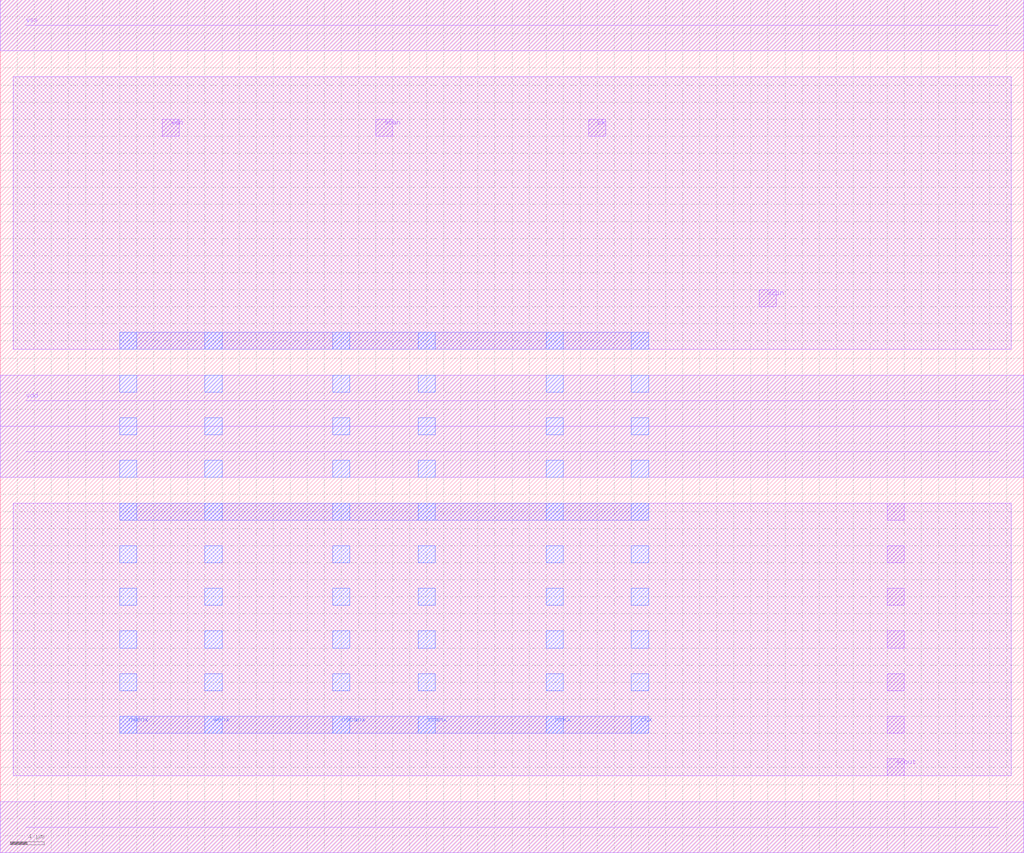
<source format=lef>

VERSION             5.2 ;
NAMESCASESENSITIVE  ON ;
BUSBITCHARS         "()" ;
DIVIDERCHAR         "." ;


MACRO dp_dff_scan_x4_buf
    CLASS     CORE ;
    ORIGIN    0.00 0.00 ;
    SIZE      100.00 BY 100.00 ;
    SYMMETRY  Y ;
    SITE      core ;
    PIN nckx
        DIRECTION OUTPUT ;
        PORT
            LAYER ALU3 ;
            RECT 64.00 59.00 66.00 61.00 ;
            RECT 64.00 54.00 66.00 56.00 ;
            RECT 64.00 49.00 66.00 51.00 ;
            RECT 64.00 44.00 66.00 46.00 ;
            RECT 64.00 39.00 66.00 41.00 ;
            RECT 64.00 34.00 66.00 36.00 ;
            RECT 64.00 29.00 66.00 31.00 ;
            RECT 64.00 24.00 66.00 26.00 ;
            RECT 64.00 19.00 66.00 21.00 ;
            RECT 64.00 14.00 66.00 16.00 ;
        END
    END nckx
    PIN scanx
        DIRECTION OUTPUT ;
        PORT
            LAYER ALU3 ;
            RECT 49.00 59.00 51.00 61.00 ;
            RECT 49.00 54.00 51.00 56.00 ;
            RECT 49.00 49.00 51.00 51.00 ;
            RECT 49.00 44.00 51.00 46.00 ;
            RECT 49.00 39.00 51.00 41.00 ;
            RECT 49.00 34.00 51.00 36.00 ;
            RECT 49.00 29.00 51.00 31.00 ;
            RECT 49.00 24.00 51.00 26.00 ;
            RECT 49.00 19.00 51.00 21.00 ;
            RECT 49.00 14.00 51.00 16.00 ;
        END
    END scanx
    PIN nscanx
        DIRECTION OUTPUT ;
        PORT
            LAYER ALU3 ;
            RECT 39.00 59.00 41.00 61.00 ;
            RECT 39.00 54.00 41.00 56.00 ;
            RECT 39.00 49.00 41.00 51.00 ;
            RECT 39.00 44.00 41.00 46.00 ;
            RECT 39.00 39.00 41.00 41.00 ;
            RECT 39.00 34.00 41.00 36.00 ;
            RECT 39.00 29.00 41.00 31.00 ;
            RECT 39.00 24.00 41.00 26.00 ;
            RECT 39.00 19.00 41.00 21.00 ;
            RECT 39.00 14.00 41.00 16.00 ;
        END
    END nscanx
    PIN nwenx
        DIRECTION OUTPUT ;
        PORT
            LAYER ALU3 ;
            RECT 24.00 59.00 26.00 61.00 ;
            RECT 24.00 54.00 26.00 56.00 ;
            RECT 24.00 49.00 26.00 51.00 ;
            RECT 24.00 44.00 26.00 46.00 ;
            RECT 24.00 39.00 26.00 41.00 ;
            RECT 24.00 34.00 26.00 36.00 ;
            RECT 24.00 29.00 26.00 31.00 ;
            RECT 24.00 24.00 26.00 26.00 ;
            RECT 24.00 19.00 26.00 21.00 ;
            RECT 24.00 14.00 26.00 16.00 ;
        END
    END nwenx
    PIN wenx
        DIRECTION OUTPUT ;
        PORT
            LAYER ALU3 ;
            RECT 14.00 59.00 16.00 61.00 ;
            RECT 14.00 54.00 16.00 56.00 ;
            RECT 14.00 49.00 16.00 51.00 ;
            RECT 14.00 44.00 16.00 46.00 ;
            RECT 14.00 39.00 16.00 41.00 ;
            RECT 14.00 34.00 16.00 36.00 ;
            RECT 14.00 29.00 16.00 31.00 ;
            RECT 14.00 24.00 16.00 26.00 ;
            RECT 14.00 19.00 16.00 21.00 ;
            RECT 14.00 14.00 16.00 16.00 ;
        END
    END wenx
    PIN scout
        DIRECTION OUTPUT ;
        PORT
            LAYER ALU1 ;
            RECT 89.00 39.00 91.00 41.00 ;
            RECT 89.00 34.00 91.00 36.00 ;
            RECT 89.00 29.00 91.00 31.00 ;
            RECT 89.00 24.00 91.00 26.00 ;
            RECT 89.00 19.00 91.00 21.00 ;
            RECT 89.00 14.00 91.00 16.00 ;
            RECT 89.00 9.00 91.00 11.00 ;
        END
    END scout
    PIN ckx
        DIRECTION OUTPUT ;
        PORT
            LAYER ALU3 ;
            RECT 74.00 59.00 76.00 61.00 ;
            RECT 74.00 54.00 76.00 56.00 ;
            RECT 74.00 49.00 76.00 51.00 ;
            RECT 74.00 44.00 76.00 46.00 ;
            RECT 74.00 39.00 76.00 41.00 ;
            RECT 74.00 34.00 76.00 36.00 ;
            RECT 74.00 29.00 76.00 31.00 ;
            RECT 74.00 24.00 76.00 26.00 ;
            RECT 74.00 19.00 76.00 21.00 ;
            RECT 74.00 14.00 76.00 16.00 ;
        END
    END ckx
    PIN wen
        DIRECTION INPUT ;
        PORT
            LAYER ALU1 ;
            RECT 19.00 84.00 21.00 86.00 ;
        END
    END wen
    PIN scan
        DIRECTION INPUT ;
        PORT
            LAYER ALU1 ;
            RECT 44.00 84.00 46.00 86.00 ;
        END
    END scan
    PIN scin
        DIRECTION INPUT ;
        PORT
            LAYER ALU1 ;
            RECT 94.00 69.00 96.00 71.00 ;
        END
    END scin
    PIN vdd
        DIRECTION INPUT ;
        USE POWER ;
        SHAPE ABUTMENT ;
        PORT
            LAYER ALU1 ;
            WIDTH 6.00 ;
            PATH 3.00 47.00 97.00 47.00 ;
            LAYER ALU1 ;
            WIDTH 6.00 ;
            PATH 3.00 53.00 97.00 53.00 ;
        END
    END vdd
    PIN vss
        DIRECTION INPUT ;
        USE GROUND ;
        SHAPE ABUTMENT ;
        PORT
            LAYER ALU1 ;
            WIDTH 6.00 ;
            PATH 3.00 3.00 97.00 3.00 ;
            LAYER ALU1 ;
            WIDTH 6.00 ;
            PATH 3.00 97.00 97.00 97.00 ;
        END
    END vss
    PIN ck
        DIRECTION INPUT ;
        USE CLOCK ;
        PORT
            LAYER ALU1 ;
            RECT 69.00 84.00 71.00 86.00 ;
        END
    END ck
    OBS
        LAYER ALU1 ;
        RECT 1.50 9.00 98.50 41.00 ;
        RECT 1.50 59.00 98.50 91.00 ;
        LAYER ALU2 ;
        RECT 14.00 59.00 76.00 61.00 ;
        RECT 14.00 39.00 76.00 41.00 ;
        RECT 14.00 14.00 76.00 16.00 ;
    END
END dp_dff_scan_x4_buf


MACRO dp_dff_scan_x4
    CLASS     CORE ;
    ORIGIN    0.00 0.00 ;
    SIZE      100.00 BY 50.00 ;
    SYMMETRY  X Y ;
    SITE      core ;
    PIN q
        DIRECTION OUTPUT ;
        PORT
            LAYER ALU2 ;
            RECT 89.00 24.00 91.00 26.00 ;
            RECT 84.00 24.00 86.00 26.00 ;
            RECT 79.00 24.00 81.00 26.00 ;
            RECT 74.00 24.00 76.00 26.00 ;
            RECT 69.00 24.00 71.00 26.00 ;
            RECT 64.00 24.00 66.00 26.00 ;
            RECT 59.00 24.00 61.00 26.00 ;
            RECT 54.00 24.00 56.00 26.00 ;
            RECT 49.00 24.00 51.00 26.00 ;
            RECT 44.00 24.00 46.00 26.00 ;
            RECT 39.00 24.00 41.00 26.00 ;
            RECT 34.00 24.00 36.00 26.00 ;
            RECT 29.00 24.00 31.00 26.00 ;
            LAYER ALU1 ;
            RECT 89.00 39.00 91.00 41.00 ;
            RECT 89.00 34.00 91.00 36.00 ;
            RECT 89.00 29.00 91.00 31.00 ;
            RECT 89.00 24.00 91.00 26.00 ;
            RECT 89.00 19.00 91.00 21.00 ;
            RECT 89.00 14.00 91.00 16.00 ;
            RECT 89.00 9.00 91.00 11.00 ;
        END
    END q
    PIN nckx
        DIRECTION INPUT ;
        PORT
            LAYER ALU3 ;
            RECT 59.00 19.00 61.00 21.00 ;
        END
    END nckx
    PIN i
        DIRECTION INPUT ;
        PORT
            LAYER ALU1 ;
            RECT 9.00 39.00 11.00 41.00 ;
            RECT 9.00 34.00 11.00 36.00 ;
            RECT 9.00 29.00 11.00 31.00 ;
            RECT 9.00 24.00 11.00 26.00 ;
            RECT 9.00 19.00 11.00 21.00 ;
            RECT 9.00 14.00 11.00 16.00 ;
            RECT 9.00 9.00 11.00 11.00 ;
        END
    END i
    PIN scin
        DIRECTION INPUT ;
        PORT
            LAYER ALU1 ;
            RECT 54.00 29.00 56.00 31.00 ;
            RECT 54.00 24.00 56.00 26.00 ;
            RECT 54.00 19.00 56.00 21.00 ;
            RECT 54.00 14.00 56.00 16.00 ;
        END
    END scin
    PIN wenx
        DIRECTION INPUT ;
        PORT
            LAYER ALU3 ;
            RECT 14.00 19.00 16.00 21.00 ;
        END
    END wenx
    PIN nwenx
        DIRECTION INPUT ;
        PORT
            LAYER ALU3 ;
            RECT 24.00 19.00 26.00 21.00 ;
        END
    END nwenx
    PIN nscanx
        DIRECTION INPUT ;
        PORT
            LAYER ALU3 ;
            RECT 39.00 19.00 41.00 21.00 ;
        END
    END nscanx
    PIN scanx
        DIRECTION INPUT ;
        PORT
            LAYER ALU3 ;
            RECT 49.00 19.00 51.00 21.00 ;
        END
    END scanx
    PIN ckx
        DIRECTION INPUT ;
        PORT
            LAYER ALU3 ;
            RECT 74.00 19.00 76.00 21.00 ;
        END
    END ckx
    PIN vdd
        DIRECTION INPUT ;
        USE POWER ;
        SHAPE ABUTMENT ;
        PORT
            LAYER ALU1 ;
            WIDTH 6.00 ;
            PATH 3.00 47.00 97.00 47.00 ;
        END
    END vdd
    PIN vss
        DIRECTION INPUT ;
        USE GROUND ;
        SHAPE ABUTMENT ;
        PORT
            LAYER ALU1 ;
            WIDTH 6.00 ;
            PATH 3.00 3.00 97.00 3.00 ;
        END
    END vss
    OBS
        LAYER ALU1 ;
        RECT 1.50 9.00 98.50 41.00 ;
        LAYER ALU2 ;
        RECT 14.00 19.00 76.00 21.00 ;
    END
END dp_dff_scan_x4


MACRO dp_dff_x4_buf
    CLASS     CORE ;
    ORIGIN    0.00 0.00 ;
    SIZE      70.00 BY 100.00 ;
    SYMMETRY  Y ;
    SITE      core ;
    PIN wenx
        DIRECTION OUTPUT ;
        PORT
            LAYER ALU3 ;
            RECT 9.00 59.00 11.00 61.00 ;
            RECT 9.00 54.00 11.00 56.00 ;
            RECT 9.00 49.00 11.00 51.00 ;
            RECT 9.00 44.00 11.00 46.00 ;
            RECT 9.00 39.00 11.00 41.00 ;
            RECT 9.00 34.00 11.00 36.00 ;
            RECT 9.00 29.00 11.00 31.00 ;
            RECT 9.00 24.00 11.00 26.00 ;
            RECT 9.00 19.00 11.00 21.00 ;
            RECT 9.00 14.00 11.00 16.00 ;
        END
    END wenx
    PIN nwenx
        DIRECTION OUTPUT ;
        PORT
            LAYER ALU3 ;
            RECT 19.00 59.00 21.00 61.00 ;
            RECT 19.00 54.00 21.00 56.00 ;
            RECT 19.00 49.00 21.00 51.00 ;
            RECT 19.00 44.00 21.00 46.00 ;
            RECT 19.00 39.00 21.00 41.00 ;
            RECT 19.00 34.00 21.00 36.00 ;
            RECT 19.00 29.00 21.00 31.00 ;
            RECT 19.00 24.00 21.00 26.00 ;
            RECT 19.00 19.00 21.00 21.00 ;
            RECT 19.00 14.00 21.00 16.00 ;
        END
    END nwenx
    PIN nckx
        DIRECTION OUTPUT ;
        PORT
            LAYER ALU3 ;
            RECT 34.00 59.00 36.00 61.00 ;
            RECT 34.00 54.00 36.00 56.00 ;
            RECT 34.00 49.00 36.00 51.00 ;
            RECT 34.00 44.00 36.00 46.00 ;
            RECT 34.00 39.00 36.00 41.00 ;
            RECT 34.00 34.00 36.00 36.00 ;
            RECT 34.00 29.00 36.00 31.00 ;
            RECT 34.00 24.00 36.00 26.00 ;
            RECT 34.00 19.00 36.00 21.00 ;
            RECT 34.00 14.00 36.00 16.00 ;
        END
    END nckx
    PIN ckx
        DIRECTION OUTPUT ;
        PORT
            LAYER ALU3 ;
            RECT 44.00 59.00 46.00 61.00 ;
            RECT 44.00 54.00 46.00 56.00 ;
            RECT 44.00 49.00 46.00 51.00 ;
            RECT 44.00 44.00 46.00 46.00 ;
            RECT 44.00 39.00 46.00 41.00 ;
            RECT 44.00 34.00 46.00 36.00 ;
            RECT 44.00 29.00 46.00 31.00 ;
            RECT 44.00 24.00 46.00 26.00 ;
            RECT 44.00 19.00 46.00 21.00 ;
            RECT 44.00 14.00 46.00 16.00 ;
        END
    END ckx
    PIN wen
        DIRECTION INPUT ;
        PORT
            LAYER ALU1 ;
            RECT 14.00 84.00 16.00 86.00 ;
        END
    END wen
    PIN vdd
        DIRECTION INPUT ;
        USE POWER ;
        SHAPE ABUTMENT ;
        PORT
            LAYER ALU1 ;
            WIDTH 6.00 ;
            PATH 3.00 47.00 67.00 47.00 ;
            LAYER ALU1 ;
            WIDTH 6.00 ;
            PATH 3.00 53.00 67.00 53.00 ;
        END
    END vdd
    PIN vss
        DIRECTION INPUT ;
        USE GROUND ;
        SHAPE ABUTMENT ;
        PORT
            LAYER ALU1 ;
            WIDTH 6.00 ;
            PATH 3.00 3.00 67.00 3.00 ;
            LAYER ALU1 ;
            WIDTH 6.00 ;
            PATH 3.00 97.00 67.00 97.00 ;
        END
    END vss
    PIN ck
        DIRECTION INPUT ;
        USE CLOCK ;
        PORT
            LAYER ALU1 ;
            RECT 39.00 84.00 41.00 86.00 ;
        END
    END ck
    OBS
        LAYER ALU1 ;
        RECT 1.50 9.00 68.50 41.00 ;
        RECT 1.50 59.00 68.50 91.00 ;
        LAYER ALU2 ;
        RECT 9.00 14.00 46.00 16.00 ;
        RECT 9.00 39.00 46.00 41.00 ;
        RECT 9.00 59.00 46.00 61.00 ;
    END
END dp_dff_x4_buf


MACRO dp_dff_x4
    CLASS     CORE ;
    ORIGIN    0.00 0.00 ;
    SIZE      70.00 BY 50.00 ;
    SYMMETRY  X Y ;
    SITE      core ;
    PIN q
        DIRECTION OUTPUT ;
        PORT
            LAYER ALU2 ;
            RECT 59.00 24.00 61.00 26.00 ;
            RECT 54.00 24.00 56.00 26.00 ;
            RECT 49.00 24.00 51.00 26.00 ;
            RECT 44.00 24.00 46.00 26.00 ;
            RECT 39.00 24.00 41.00 26.00 ;
            RECT 34.00 24.00 36.00 26.00 ;
            RECT 29.00 24.00 31.00 26.00 ;
            RECT 24.00 24.00 26.00 26.00 ;
            LAYER ALU1 ;
            RECT 59.00 39.00 61.00 41.00 ;
            RECT 59.00 34.00 61.00 36.00 ;
            RECT 59.00 29.00 61.00 31.00 ;
            RECT 59.00 24.00 61.00 26.00 ;
            RECT 59.00 19.00 61.00 21.00 ;
            RECT 59.00 14.00 61.00 16.00 ;
            RECT 59.00 9.00 61.00 11.00 ;
        END
    END q
    PIN nckx
        DIRECTION INPUT ;
        PORT
            LAYER ALU3 ;
            RECT 29.00 19.00 31.00 21.00 ;
        END
    END nckx
    PIN i
        DIRECTION INPUT ;
        PORT
            LAYER ALU1 ;
            RECT 4.00 39.00 6.00 41.00 ;
            RECT 4.00 34.00 6.00 36.00 ;
            RECT 4.00 29.00 6.00 31.00 ;
            RECT 4.00 24.00 6.00 26.00 ;
            RECT 4.00 19.00 6.00 21.00 ;
            RECT 4.00 14.00 6.00 16.00 ;
            RECT 4.00 9.00 6.00 11.00 ;
        END
    END i
    PIN wenx
        DIRECTION INPUT ;
        PORT
            LAYER ALU3 ;
            RECT 9.00 19.00 11.00 21.00 ;
        END
    END wenx
    PIN nwenx
        DIRECTION INPUT ;
        PORT
            LAYER ALU3 ;
            RECT 19.00 19.00 21.00 21.00 ;
        END
    END nwenx
    PIN ckx
        DIRECTION INPUT ;
        PORT
            LAYER ALU3 ;
            RECT 44.00 19.00 46.00 21.00 ;
        END
    END ckx
    PIN vdd
        DIRECTION INPUT ;
        USE POWER ;
        SHAPE ABUTMENT ;
        PORT
            LAYER ALU1 ;
            WIDTH 6.00 ;
            PATH 3.00 47.00 67.00 47.00 ;
        END
    END vdd
    PIN vss
        DIRECTION INPUT ;
        USE GROUND ;
        SHAPE ABUTMENT ;
        PORT
            LAYER ALU1 ;
            WIDTH 6.00 ;
            PATH 3.00 3.00 67.00 3.00 ;
        END
    END vss
    OBS
        LAYER ALU1 ;
        RECT 1.50 9.00 68.50 41.00 ;
        LAYER ALU2 ;
        RECT 9.00 19.00 46.00 21.00 ;
    END
END dp_dff_x4


MACRO dp_mux_x2_buf
    CLASS     CORE ;
    ORIGIN    0.00 0.00 ;
    SIZE      40.00 BY 100.00 ;
    SYMMETRY  Y ;
    SITE      core ;
    PIN sel1
        DIRECTION OUTPUT ;
        PORT
            LAYER ALU3 ;
            RECT 19.00 59.00 21.00 61.00 ;
            RECT 19.00 54.00 21.00 56.00 ;
            RECT 19.00 49.00 21.00 51.00 ;
            RECT 19.00 44.00 21.00 46.00 ;
            RECT 19.00 39.00 21.00 41.00 ;
            RECT 19.00 34.00 21.00 36.00 ;
            RECT 19.00 29.00 21.00 31.00 ;
            RECT 19.00 24.00 21.00 26.00 ;
            RECT 19.00 19.00 21.00 21.00 ;
            RECT 19.00 14.00 21.00 16.00 ;
        END
    END sel1
    PIN sel0
        DIRECTION OUTPUT ;
        PORT
            LAYER ALU3 ;
            RECT 29.00 59.00 31.00 61.00 ;
            RECT 29.00 54.00 31.00 56.00 ;
            RECT 29.00 49.00 31.00 51.00 ;
            RECT 29.00 44.00 31.00 46.00 ;
            RECT 29.00 39.00 31.00 41.00 ;
            RECT 29.00 34.00 31.00 36.00 ;
            RECT 29.00 29.00 31.00 31.00 ;
            RECT 29.00 24.00 31.00 26.00 ;
            RECT 29.00 19.00 31.00 21.00 ;
            RECT 29.00 14.00 31.00 16.00 ;
        END
    END sel0
    PIN sel
        DIRECTION INPUT ;
        PORT
            LAYER ALU1 ;
            RECT 24.00 84.00 26.00 86.00 ;
        END
    END sel
    PIN vdd
        DIRECTION INPUT ;
        USE POWER ;
        SHAPE ABUTMENT ;
        PORT
            LAYER ALU1 ;
            WIDTH 6.00 ;
            PATH 3.00 47.00 37.00 47.00 ;
            LAYER ALU1 ;
            WIDTH 6.00 ;
            PATH 3.00 53.00 37.00 53.00 ;
        END
    END vdd
    PIN vss
        DIRECTION INPUT ;
        USE GROUND ;
        SHAPE ABUTMENT ;
        PORT
            LAYER ALU1 ;
            WIDTH 6.00 ;
            PATH 3.00 3.00 37.00 3.00 ;
            LAYER ALU1 ;
            WIDTH 6.00 ;
            PATH 3.00 97.00 37.00 97.00 ;
        END
    END vss
    OBS
        LAYER ALU1 ;
        RECT 1.50 9.00 38.50 41.00 ;
        RECT 1.50 59.00 38.50 91.00 ;
        LAYER ALU2 ;
        RECT 19.00 14.00 31.00 16.00 ;
        RECT 19.00 39.00 31.00 41.00 ;
        RECT 19.00 59.00 31.00 61.00 ;
    END
END dp_mux_x2_buf


MACRO dp_mux_x2
    CLASS     CORE ;
    ORIGIN    0.00 0.00 ;
    SIZE      40.00 BY 50.00 ;
    SYMMETRY  X Y ;
    SITE      core ;
    PIN q
        DIRECTION OUTPUT ;
        PORT
            LAYER ALU1 ;
            RECT 4.00 39.00 6.00 41.00 ;
            RECT 4.00 34.00 6.00 36.00 ;
            RECT 4.00 29.00 6.00 31.00 ;
            RECT 4.00 24.00 6.00 26.00 ;
            RECT 4.00 19.00 6.00 21.00 ;
            RECT 4.00 14.00 6.00 16.00 ;
            RECT 4.00 9.00 6.00 11.00 ;
        END
    END q
    PIN i1
        DIRECTION INPUT ;
        PORT
            LAYER ALU1 ;
            RECT 14.00 39.00 16.00 41.00 ;
            RECT 14.00 34.00 16.00 36.00 ;
            RECT 14.00 29.00 16.00 31.00 ;
            RECT 14.00 24.00 16.00 26.00 ;
            RECT 14.00 19.00 16.00 21.00 ;
            RECT 14.00 14.00 16.00 16.00 ;
            RECT 14.00 9.00 16.00 11.00 ;
        END
    END i1
    PIN sel1
        DIRECTION INPUT ;
        PORT
            LAYER ALU3 ;
            RECT 19.00 19.00 21.00 21.00 ;
        END
    END sel1
    PIN sel0
        DIRECTION INPUT ;
        PORT
            LAYER ALU3 ;
            RECT 29.00 19.00 31.00 21.00 ;
        END
    END sel0
    PIN i0
        DIRECTION INPUT ;
        PORT
            LAYER ALU1 ;
            RECT 34.00 34.00 36.00 36.00 ;
            RECT 34.00 29.00 36.00 31.00 ;
            RECT 34.00 24.00 36.00 26.00 ;
            RECT 34.00 19.00 36.00 21.00 ;
            RECT 34.00 14.00 36.00 16.00 ;
            RECT 34.00 9.00 36.00 11.00 ;
        END
    END i0
    PIN vdd
        DIRECTION INPUT ;
        USE POWER ;
        SHAPE ABUTMENT ;
        PORT
            LAYER ALU1 ;
            WIDTH 6.00 ;
            PATH 3.00 47.00 37.00 47.00 ;
        END
    END vdd
    PIN vss
        DIRECTION INPUT ;
        USE GROUND ;
        SHAPE ABUTMENT ;
        PORT
            LAYER ALU1 ;
            WIDTH 6.00 ;
            PATH 3.00 3.00 37.00 3.00 ;
        END
    END vss
    OBS
        LAYER ALU1 ;
        RECT 1.50 9.00 38.50 41.00 ;
        LAYER ALU2 ;
        RECT 19.00 19.00 31.00 21.00 ;
    END
END dp_mux_x2


MACRO dp_mux_x4_buf
    CLASS     CORE ;
    ORIGIN    0.00 0.00 ;
    SIZE      45.00 BY 100.00 ;
    SYMMETRY  Y ;
    SITE      core ;
    PIN sel1
        DIRECTION OUTPUT ;
        PORT
            LAYER ALU3 ;
            RECT 24.00 59.00 26.00 61.00 ;
            RECT 24.00 54.00 26.00 56.00 ;
            RECT 24.00 49.00 26.00 51.00 ;
            RECT 24.00 44.00 26.00 46.00 ;
            RECT 24.00 39.00 26.00 41.00 ;
            RECT 24.00 34.00 26.00 36.00 ;
            RECT 24.00 29.00 26.00 31.00 ;
            RECT 24.00 24.00 26.00 26.00 ;
            RECT 24.00 19.00 26.00 21.00 ;
            RECT 24.00 14.00 26.00 16.00 ;
        END
    END sel1
    PIN sel0
        DIRECTION OUTPUT ;
        PORT
            LAYER ALU3 ;
            RECT 34.00 59.00 36.00 61.00 ;
            RECT 34.00 54.00 36.00 56.00 ;
            RECT 34.00 49.00 36.00 51.00 ;
            RECT 34.00 44.00 36.00 46.00 ;
            RECT 34.00 39.00 36.00 41.00 ;
            RECT 34.00 34.00 36.00 36.00 ;
            RECT 34.00 29.00 36.00 31.00 ;
            RECT 34.00 24.00 36.00 26.00 ;
            RECT 34.00 19.00 36.00 21.00 ;
            RECT 34.00 14.00 36.00 16.00 ;
        END
    END sel0
    PIN sel
        DIRECTION INPUT ;
        PORT
            LAYER ALU1 ;
            RECT 29.00 84.00 31.00 86.00 ;
        END
    END sel
    PIN vdd
        DIRECTION INPUT ;
        USE POWER ;
        SHAPE ABUTMENT ;
        PORT
            LAYER ALU1 ;
            WIDTH 6.00 ;
            PATH 3.00 47.00 42.00 47.00 ;
            LAYER ALU1 ;
            WIDTH 6.00 ;
            PATH 3.00 53.00 42.00 53.00 ;
        END
    END vdd
    PIN vss
        DIRECTION INPUT ;
        USE GROUND ;
        SHAPE ABUTMENT ;
        PORT
            LAYER ALU1 ;
            WIDTH 6.00 ;
            PATH 3.00 3.00 42.00 3.00 ;
            LAYER ALU1 ;
            WIDTH 6.00 ;
            PATH 3.00 97.00 42.00 97.00 ;
        END
    END vss
    OBS
        LAYER ALU1 ;
        RECT 1.50 9.00 43.50 41.00 ;
        RECT 1.50 59.00 43.50 91.00 ;
        LAYER ALU2 ;
        RECT 24.00 14.00 36.00 16.00 ;
        RECT 24.00 39.00 36.00 41.00 ;
        RECT 24.00 59.00 36.00 61.00 ;
    END
END dp_mux_x4_buf


MACRO dp_mux_x4
    CLASS     CORE ;
    ORIGIN    0.00 0.00 ;
    SIZE      45.00 BY 50.00 ;
    SYMMETRY  X Y ;
    SITE      core ;
    PIN q
        DIRECTION OUTPUT ;
        PORT
            LAYER ALU1 ;
            RECT 9.00 39.00 11.00 41.00 ;
            RECT 9.00 34.00 11.00 36.00 ;
            RECT 9.00 29.00 11.00 31.00 ;
            RECT 9.00 24.00 11.00 26.00 ;
            RECT 9.00 19.00 11.00 21.00 ;
            RECT 9.00 14.00 11.00 16.00 ;
            RECT 9.00 9.00 11.00 11.00 ;
        END
    END q
    PIN i0
        DIRECTION INPUT ;
        PORT
            LAYER ALU1 ;
            RECT 39.00 34.00 41.00 36.00 ;
            RECT 39.00 29.00 41.00 31.00 ;
            RECT 39.00 24.00 41.00 26.00 ;
            RECT 39.00 19.00 41.00 21.00 ;
            RECT 39.00 14.00 41.00 16.00 ;
            RECT 39.00 9.00 41.00 11.00 ;
        END
    END i0
    PIN sel1
        DIRECTION INPUT ;
        PORT
            LAYER ALU3 ;
            RECT 24.00 19.00 26.00 21.00 ;
        END
    END sel1
    PIN sel0
        DIRECTION INPUT ;
        PORT
            LAYER ALU3 ;
            RECT 34.00 19.00 36.00 21.00 ;
        END
    END sel0
    PIN i1
        DIRECTION INPUT ;
        PORT
            LAYER ALU1 ;
            RECT 19.00 39.00 21.00 41.00 ;
            RECT 19.00 34.00 21.00 36.00 ;
            RECT 19.00 29.00 21.00 31.00 ;
            RECT 19.00 24.00 21.00 26.00 ;
            RECT 19.00 19.00 21.00 21.00 ;
            RECT 19.00 14.00 21.00 16.00 ;
            RECT 19.00 9.00 21.00 11.00 ;
        END
    END i1
    PIN vdd
        DIRECTION INPUT ;
        USE POWER ;
        SHAPE ABUTMENT ;
        PORT
            LAYER ALU1 ;
            WIDTH 6.00 ;
            PATH 3.00 47.00 42.00 47.00 ;
        END
    END vdd
    PIN vss
        DIRECTION INPUT ;
        USE GROUND ;
        SHAPE ABUTMENT ;
        PORT
            LAYER ALU1 ;
            WIDTH 6.00 ;
            PATH 3.00 3.00 42.00 3.00 ;
        END
    END vss
    OBS
        LAYER ALU1 ;
        RECT 1.50 9.00 43.50 41.00 ;
        LAYER ALU2 ;
        RECT 24.00 19.00 36.00 21.00 ;
    END
END dp_mux_x4


MACRO dp_nmux_x1_buf
    CLASS     CORE ;
    ORIGIN    0.00 0.00 ;
    SIZE      30.00 BY 100.00 ;
    SYMMETRY  Y ;
    SITE      core ;
    PIN sel1
        DIRECTION OUTPUT ;
        PORT
            LAYER ALU3 ;
            RECT 9.00 59.00 11.00 61.00 ;
            RECT 9.00 54.00 11.00 56.00 ;
            RECT 9.00 49.00 11.00 51.00 ;
            RECT 9.00 44.00 11.00 46.00 ;
            RECT 9.00 39.00 11.00 41.00 ;
            RECT 9.00 34.00 11.00 36.00 ;
            RECT 9.00 29.00 11.00 31.00 ;
            RECT 9.00 24.00 11.00 26.00 ;
            RECT 9.00 19.00 11.00 21.00 ;
            RECT 9.00 14.00 11.00 16.00 ;
        END
    END sel1
    PIN sel0
        DIRECTION OUTPUT ;
        PORT
            LAYER ALU3 ;
            RECT 19.00 59.00 21.00 61.00 ;
            RECT 19.00 54.00 21.00 56.00 ;
            RECT 19.00 49.00 21.00 51.00 ;
            RECT 19.00 44.00 21.00 46.00 ;
            RECT 19.00 39.00 21.00 41.00 ;
            RECT 19.00 34.00 21.00 36.00 ;
            RECT 19.00 29.00 21.00 31.00 ;
            RECT 19.00 24.00 21.00 26.00 ;
            RECT 19.00 19.00 21.00 21.00 ;
            RECT 19.00 14.00 21.00 16.00 ;
        END
    END sel0
    PIN sel
        DIRECTION INPUT ;
        PORT
            LAYER ALU1 ;
            RECT 14.00 84.00 16.00 86.00 ;
        END
    END sel
    PIN vdd
        DIRECTION INPUT ;
        USE POWER ;
        SHAPE ABUTMENT ;
        PORT
            LAYER ALU1 ;
            WIDTH 6.00 ;
            PATH 3.00 47.00 27.00 47.00 ;
            LAYER ALU1 ;
            WIDTH 6.00 ;
            PATH 3.00 53.00 27.00 53.00 ;
        END
    END vdd
    PIN vss
        DIRECTION INPUT ;
        USE GROUND ;
        SHAPE ABUTMENT ;
        PORT
            LAYER ALU1 ;
            WIDTH 6.00 ;
            PATH 3.00 3.00 27.00 3.00 ;
            LAYER ALU1 ;
            WIDTH 6.00 ;
            PATH 3.00 97.00 27.00 97.00 ;
        END
    END vss
    OBS
        LAYER ALU1 ;
        RECT 1.50 9.00 28.50 41.00 ;
        RECT 1.50 59.00 28.50 91.00 ;
        LAYER ALU2 ;
        RECT 9.00 14.00 21.00 16.00 ;
        RECT 9.00 39.00 21.00 41.00 ;
        RECT 9.00 59.00 21.00 61.00 ;
    END
END dp_nmux_x1_buf


MACRO dp_nmux_x1
    CLASS     CORE ;
    ORIGIN    0.00 0.00 ;
    SIZE      30.00 BY 50.00 ;
    SYMMETRY  X Y ;
    SITE      core ;
    PIN nq
        DIRECTION OUTPUT ;
        PORT
            LAYER ALU1 ;
            RECT 14.00 34.00 16.00 36.00 ;
            RECT 14.00 29.00 16.00 31.00 ;
            RECT 14.00 24.00 16.00 26.00 ;
            RECT 14.00 19.00 16.00 21.00 ;
            RECT 14.00 14.00 16.00 16.00 ;
            RECT 14.00 9.00 16.00 11.00 ;
        END
    END nq
    PIN sel0
        DIRECTION INPUT ;
        PORT
            LAYER ALU3 ;
            RECT 19.00 19.00 21.00 21.00 ;
        END
    END sel0
    PIN sel1
        DIRECTION INPUT ;
        PORT
            LAYER ALU3 ;
            RECT 9.00 19.00 11.00 21.00 ;
        END
    END sel1
    PIN i0
        DIRECTION INPUT ;
        PORT
            LAYER ALU1 ;
            RECT 24.00 39.00 26.00 41.00 ;
            RECT 24.00 34.00 26.00 36.00 ;
            RECT 24.00 29.00 26.00 31.00 ;
            RECT 24.00 24.00 26.00 26.00 ;
            RECT 24.00 19.00 26.00 21.00 ;
            RECT 24.00 14.00 26.00 16.00 ;
            RECT 24.00 9.00 26.00 11.00 ;
        END
    END i0
    PIN i1
        DIRECTION INPUT ;
        PORT
            LAYER ALU1 ;
            RECT 4.00 39.00 6.00 41.00 ;
            RECT 4.00 34.00 6.00 36.00 ;
            RECT 4.00 29.00 6.00 31.00 ;
            RECT 4.00 24.00 6.00 26.00 ;
            RECT 4.00 19.00 6.00 21.00 ;
            RECT 4.00 14.00 6.00 16.00 ;
            RECT 4.00 9.00 6.00 11.00 ;
        END
    END i1
    PIN vdd
        DIRECTION INPUT ;
        USE POWER ;
        SHAPE ABUTMENT ;
        PORT
            LAYER ALU1 ;
            WIDTH 6.00 ;
            PATH 3.00 47.00 27.00 47.00 ;
        END
    END vdd
    PIN vss
        DIRECTION INPUT ;
        USE GROUND ;
        SHAPE ABUTMENT ;
        PORT
            LAYER ALU1 ;
            WIDTH 6.00 ;
            PATH 3.00 3.00 27.00 3.00 ;
        END
    END vss
    OBS
        LAYER ALU1 ;
        RECT 1.50 9.00 28.50 41.00 ;
        LAYER ALU2 ;
        RECT 9.00 19.00 21.00 21.00 ;
    END
END dp_nmux_x1


MACRO dp_nts_x2_buf
    CLASS     CORE ;
    ORIGIN    0.00 0.00 ;
    SIZE      30.00 BY 100.00 ;
    SYMMETRY  Y ;
    SITE      core ;
    PIN nenx
        DIRECTION OUTPUT ;
        PORT
            LAYER ALU3 ;
            RECT 9.00 59.00 11.00 61.00 ;
            RECT 9.00 54.00 11.00 56.00 ;
            RECT 9.00 49.00 11.00 51.00 ;
            RECT 9.00 44.00 11.00 46.00 ;
            RECT 9.00 39.00 11.00 41.00 ;
            RECT 9.00 34.00 11.00 36.00 ;
            RECT 9.00 29.00 11.00 31.00 ;
            RECT 9.00 24.00 11.00 26.00 ;
            RECT 9.00 19.00 11.00 21.00 ;
            RECT 9.00 14.00 11.00 16.00 ;
        END
    END nenx
    PIN enx
        DIRECTION OUTPUT ;
        PORT
            LAYER ALU3 ;
            RECT 19.00 59.00 21.00 61.00 ;
            RECT 19.00 54.00 21.00 56.00 ;
            RECT 19.00 49.00 21.00 51.00 ;
            RECT 19.00 44.00 21.00 46.00 ;
            RECT 19.00 39.00 21.00 41.00 ;
            RECT 19.00 34.00 21.00 36.00 ;
            RECT 19.00 29.00 21.00 31.00 ;
            RECT 19.00 24.00 21.00 26.00 ;
            RECT 19.00 19.00 21.00 21.00 ;
            RECT 19.00 14.00 21.00 16.00 ;
        END
    END enx
    PIN en
        DIRECTION INPUT ;
        PORT
            LAYER ALU1 ;
            RECT 14.00 84.00 16.00 86.00 ;
        END
    END en
    PIN vdd
        DIRECTION INPUT ;
        USE POWER ;
        SHAPE ABUTMENT ;
        PORT
            LAYER ALU1 ;
            WIDTH 6.00 ;
            PATH 3.00 47.00 27.00 47.00 ;
            LAYER ALU1 ;
            WIDTH 6.00 ;
            PATH 3.00 53.00 27.00 53.00 ;
        END
    END vdd
    PIN vss
        DIRECTION INPUT ;
        USE GROUND ;
        SHAPE ABUTMENT ;
        PORT
            LAYER ALU1 ;
            WIDTH 6.00 ;
            PATH 3.00 3.00 27.00 3.00 ;
            LAYER ALU1 ;
            WIDTH 6.00 ;
            PATH 3.00 97.00 27.00 97.00 ;
        END
    END vss
    OBS
        LAYER ALU1 ;
        RECT 1.50 9.00 28.50 41.00 ;
        RECT 1.50 59.00 28.50 91.00 ;
        LAYER ALU2 ;
        RECT 9.00 14.00 21.00 16.00 ;
        RECT 9.00 39.00 21.00 41.00 ;
        RECT 9.00 59.00 21.00 61.00 ;
    END
END dp_nts_x2_buf


MACRO dp_nts_x2
    CLASS     CORE ;
    ORIGIN    0.00 0.00 ;
    SIZE      30.00 BY 50.00 ;
    SYMMETRY  X Y ;
    SITE      core ;
    PIN nq
        DIRECTION OUTPUT TRISTATE ;
        PORT
            LAYER ALU1 ;
            RECT 14.00 39.00 16.00 41.00 ;
            RECT 14.00 34.00 16.00 36.00 ;
            RECT 14.00 29.00 16.00 31.00 ;
            RECT 14.00 24.00 16.00 26.00 ;
            RECT 14.00 19.00 16.00 21.00 ;
            RECT 14.00 14.00 16.00 16.00 ;
            RECT 14.00 9.00 16.00 11.00 ;
        END
    END nq
    PIN i
        DIRECTION INPUT ;
        PORT
            LAYER ALU1 ;
            RECT 4.00 39.00 6.00 41.00 ;
            RECT 4.00 34.00 6.00 36.00 ;
            RECT 4.00 29.00 6.00 31.00 ;
            RECT 4.00 24.00 6.00 26.00 ;
            RECT 4.00 19.00 6.00 21.00 ;
            RECT 4.00 14.00 6.00 16.00 ;
            RECT 4.00 9.00 6.00 11.00 ;
        END
    END i
    PIN enx
        DIRECTION INPUT ;
        PORT
            LAYER ALU3 ;
            RECT 19.00 19.00 21.00 21.00 ;
        END
    END enx
    PIN nenx
        DIRECTION INPUT ;
        PORT
            LAYER ALU3 ;
            RECT 9.00 19.00 11.00 21.00 ;
        END
    END nenx
    PIN vdd
        DIRECTION INPUT ;
        USE POWER ;
        SHAPE ABUTMENT ;
        PORT
            LAYER ALU1 ;
            WIDTH 6.00 ;
            PATH 3.00 47.00 27.00 47.00 ;
        END
    END vdd
    PIN vss
        DIRECTION INPUT ;
        USE GROUND ;
        SHAPE ABUTMENT ;
        PORT
            LAYER ALU1 ;
            WIDTH 6.00 ;
            PATH 3.00 3.00 27.00 3.00 ;
        END
    END vss
    OBS
        LAYER ALU1 ;
        RECT 1.50 9.00 28.50 41.00 ;
        LAYER ALU2 ;
        RECT 9.00 19.00 21.00 21.00 ;
    END
END dp_nts_x2


MACRO dp_rom2_buf
    CLASS     CORE ;
    ORIGIN    0.00 0.00 ;
    SIZE      25.00 BY 100.00 ;
    SYMMETRY  Y ;
    SITE      core ;
    PIN nix
        DIRECTION OUTPUT ;
        PORT
            LAYER ALU3 ;
            RECT 9.00 59.00 11.00 61.00 ;
            RECT 9.00 54.00 11.00 56.00 ;
            RECT 9.00 49.00 11.00 51.00 ;
            RECT 9.00 44.00 11.00 46.00 ;
            RECT 9.00 39.00 11.00 41.00 ;
            RECT 9.00 34.00 11.00 36.00 ;
            RECT 9.00 29.00 11.00 31.00 ;
            RECT 9.00 24.00 11.00 26.00 ;
            RECT 9.00 19.00 11.00 21.00 ;
            RECT 9.00 14.00 11.00 16.00 ;
        END
    END nix
    PIN i
        DIRECTION INPUT ;
        PORT
            LAYER ALU1 ;
            RECT 9.00 69.00 11.00 71.00 ;
        END
    END i
    PIN vdd
        DIRECTION INPUT ;
        USE POWER ;
        SHAPE ABUTMENT ;
        PORT
            LAYER ALU1 ;
            WIDTH 6.00 ;
            PATH 3.00 47.00 22.00 47.00 ;
            LAYER ALU1 ;
            WIDTH 6.00 ;
            PATH 3.00 53.00 22.00 53.00 ;
        END
    END vdd
    PIN vss
        DIRECTION INPUT ;
        USE GROUND ;
        SHAPE ABUTMENT ;
        PORT
            LAYER ALU1 ;
            WIDTH 6.00 ;
            PATH 3.00 3.00 22.00 3.00 ;
            LAYER ALU1 ;
            WIDTH 6.00 ;
            PATH 3.00 97.00 22.00 97.00 ;
        END
    END vss
    OBS
        LAYER ALU1 ;
        RECT 1.50 9.00 23.50 41.00 ;
        RECT 1.50 59.00 23.50 91.00 ;
        LAYER ALU2 ;
        RECT 3.00 14.00 17.00 16.00 ;
        RECT 3.00 39.00 17.00 41.00 ;
        RECT 3.00 59.00 17.00 61.00 ;
    END
END dp_rom2_buf


MACRO dp_rom4_buf
    CLASS     CORE ;
    ORIGIN    0.00 0.00 ;
    SIZE      55.00 BY 100.00 ;
    SYMMETRY  Y ;
    SITE      core ;
    PIN ni0x
        DIRECTION OUTPUT ;
        PORT
            LAYER ALU3 ;
            RECT 44.00 59.00 46.00 61.00 ;
            RECT 44.00 54.00 46.00 56.00 ;
            RECT 44.00 49.00 46.00 51.00 ;
            RECT 44.00 44.00 46.00 46.00 ;
            RECT 44.00 39.00 46.00 41.00 ;
            RECT 44.00 34.00 46.00 36.00 ;
            RECT 44.00 29.00 46.00 31.00 ;
            RECT 44.00 24.00 46.00 26.00 ;
            RECT 44.00 19.00 46.00 21.00 ;
            RECT 44.00 14.00 46.00 16.00 ;
        END
    END ni0x
    PIN i1x
        DIRECTION OUTPUT ;
        PORT
            LAYER ALU3 ;
            RECT 34.00 59.00 36.00 61.00 ;
            RECT 34.00 54.00 36.00 56.00 ;
            RECT 34.00 49.00 36.00 51.00 ;
            RECT 34.00 44.00 36.00 46.00 ;
            RECT 34.00 39.00 36.00 41.00 ;
            RECT 34.00 34.00 36.00 36.00 ;
            RECT 34.00 29.00 36.00 31.00 ;
            RECT 34.00 24.00 36.00 26.00 ;
            RECT 34.00 19.00 36.00 21.00 ;
            RECT 34.00 14.00 36.00 16.00 ;
        END
    END i1x
    PIN i0x
        DIRECTION OUTPUT ;
        PORT
            LAYER ALU3 ;
            RECT 9.00 59.00 11.00 61.00 ;
            RECT 9.00 54.00 11.00 56.00 ;
            RECT 9.00 49.00 11.00 51.00 ;
            RECT 9.00 44.00 11.00 46.00 ;
            RECT 9.00 39.00 11.00 41.00 ;
            RECT 9.00 34.00 11.00 36.00 ;
            RECT 9.00 29.00 11.00 31.00 ;
            RECT 9.00 24.00 11.00 26.00 ;
            RECT 9.00 19.00 11.00 21.00 ;
            RECT 9.00 14.00 11.00 16.00 ;
        END
    END i0x
    PIN ni1x
        DIRECTION OUTPUT ;
        PORT
            LAYER ALU3 ;
            RECT 19.00 59.00 21.00 61.00 ;
            RECT 19.00 54.00 21.00 56.00 ;
            RECT 19.00 49.00 21.00 51.00 ;
            RECT 19.00 44.00 21.00 46.00 ;
            RECT 19.00 39.00 21.00 41.00 ;
            RECT 19.00 34.00 21.00 36.00 ;
            RECT 19.00 29.00 21.00 31.00 ;
            RECT 19.00 24.00 21.00 26.00 ;
            RECT 19.00 19.00 21.00 21.00 ;
            RECT 19.00 14.00 21.00 16.00 ;
        END
    END ni1x
    PIN i1
        DIRECTION INPUT ;
        PORT
            LAYER ALU1 ;
            RECT 39.00 84.00 41.00 86.00 ;
        END
    END i1
    PIN i0
        DIRECTION INPUT ;
        PORT
            LAYER ALU1 ;
            RECT 14.00 84.00 16.00 86.00 ;
        END
    END i0
    PIN vdd
        DIRECTION INPUT ;
        USE POWER ;
        SHAPE ABUTMENT ;
        PORT
            LAYER ALU1 ;
            WIDTH 6.00 ;
            PATH 3.00 47.00 52.00 47.00 ;
            LAYER ALU1 ;
            WIDTH 6.00 ;
            PATH 3.00 53.00 52.00 53.00 ;
        END
    END vdd
    PIN vss
        DIRECTION INPUT ;
        USE GROUND ;
        SHAPE ABUTMENT ;
        PORT
            LAYER ALU1 ;
            WIDTH 6.00 ;
            PATH 3.00 3.00 52.00 3.00 ;
            LAYER ALU1 ;
            WIDTH 6.00 ;
            PATH 3.00 97.00 52.00 97.00 ;
        END
    END vss
    OBS
        LAYER ALU1 ;
        RECT 1.50 9.00 53.50 41.00 ;
        RECT 1.50 59.00 53.50 91.00 ;
        LAYER ALU2 ;
        RECT 9.00 14.00 46.00 16.00 ;
        RECT 9.00 19.00 41.00 21.00 ;
        RECT 9.00 39.00 46.00 41.00 ;
        RECT 9.00 59.00 46.00 61.00 ;
        RECT 9.00 19.00 41.00 21.00 ;
    END
END dp_rom4_buf


MACRO dp_rom4_nxr2_x4
    CLASS     CORE ;
    ORIGIN    0.00 0.00 ;
    SIZE      55.00 BY 50.00 ;
    SYMMETRY  X Y ;
    SITE      core ;
    PIN q
        DIRECTION OUTPUT ;
        PORT
            LAYER ALU1 ;
            RECT 49.00 39.00 51.00 41.00 ;
            RECT 49.00 34.00 51.00 36.00 ;
            RECT 49.00 29.00 51.00 31.00 ;
            RECT 49.00 24.00 51.00 26.00 ;
            RECT 49.00 19.00 51.00 21.00 ;
            RECT 49.00 14.00 51.00 16.00 ;
            RECT 49.00 9.00 51.00 11.00 ;
        END
    END q
    PIN ni0x
        DIRECTION INPUT ;
        PORT
            LAYER ALU3 ;
            RECT 44.00 19.00 46.00 21.00 ;
        END
    END ni0x
    PIN ni1x
        DIRECTION INPUT ;
        PORT
            LAYER ALU3 ;
            RECT 19.00 19.00 21.00 21.00 ;
        END
    END ni1x
    PIN i0x
        DIRECTION INPUT ;
        PORT
            LAYER ALU3 ;
            RECT 9.00 24.00 11.00 26.00 ;
        END
    END i0x
    PIN i1x
        DIRECTION INPUT ;
        PORT
            LAYER ALU3 ;
            RECT 34.00 24.00 36.00 26.00 ;
        END
    END i1x
    PIN vdd
        DIRECTION INPUT ;
        USE POWER ;
        SHAPE ABUTMENT ;
        PORT
            LAYER ALU1 ;
            WIDTH 6.00 ;
            PATH 3.00 47.00 52.00 47.00 ;
        END
    END vdd
    PIN vss
        DIRECTION INPUT ;
        USE GROUND ;
        SHAPE ABUTMENT ;
        PORT
            LAYER ALU1 ;
            WIDTH 6.00 ;
            PATH 3.00 3.00 52.00 3.00 ;
        END
    END vss
    OBS
        LAYER ALU1 ;
        RECT 1.50 9.00 53.50 41.00 ;
        LAYER ALU2 ;
        RECT 19.00 19.00 26.00 21.00 ;
        RECT 9.00 24.00 36.00 26.00 ;
        RECT 24.00 24.00 36.00 26.00 ;
        RECT 19.00 19.00 46.00 21.00 ;
        RECT 29.00 19.00 46.00 21.00 ;
    END
END dp_rom4_nxr2_x4


MACRO dp_rom4_xr2_x4
    CLASS     CORE ;
    ORIGIN    0.00 0.00 ;
    SIZE      55.00 BY 50.00 ;
    SYMMETRY  X Y ;
    SITE      core ;
    PIN q
        DIRECTION OUTPUT ;
        PORT
            LAYER ALU1 ;
            RECT 49.00 39.00 51.00 41.00 ;
            RECT 49.00 34.00 51.00 36.00 ;
            RECT 49.00 29.00 51.00 31.00 ;
            RECT 49.00 24.00 51.00 26.00 ;
            RECT 49.00 19.00 51.00 21.00 ;
            RECT 49.00 14.00 51.00 16.00 ;
            RECT 49.00 9.00 51.00 11.00 ;
        END
    END q
    PIN ni1x
        DIRECTION INPUT ;
        PORT
            LAYER ALU3 ;
            RECT 19.00 19.00 21.00 21.00 ;
        END
    END ni1x
    PIN ni0x
        DIRECTION INPUT ;
        PORT
            LAYER ALU3 ;
            RECT 44.00 19.00 46.00 21.00 ;
        END
    END ni0x
    PIN i1x
        DIRECTION INPUT ;
        PORT
            LAYER ALU3 ;
            RECT 34.00 24.00 36.00 26.00 ;
        END
    END i1x
    PIN i0x
        DIRECTION INPUT ;
        PORT
            LAYER ALU3 ;
            RECT 9.00 24.00 11.00 26.00 ;
        END
    END i0x
    PIN vdd
        DIRECTION INPUT ;
        USE POWER ;
        SHAPE ABUTMENT ;
        PORT
            LAYER ALU1 ;
            WIDTH 6.00 ;
            PATH 3.00 47.00 52.00 47.00 ;
        END
    END vdd
    PIN vss
        DIRECTION INPUT ;
        USE GROUND ;
        SHAPE ABUTMENT ;
        PORT
            LAYER ALU1 ;
            WIDTH 6.00 ;
            PATH 3.00 3.00 52.00 3.00 ;
        END
    END vss
    OBS
        LAYER ALU1 ;
        RECT 1.50 9.00 53.50 41.00 ;
        LAYER ALU2 ;
        RECT 16.00 24.00 36.00 26.00 ;
        RECT 29.00 19.00 46.00 21.00 ;
        RECT 19.00 19.00 46.00 21.00 ;
        RECT 9.00 24.00 36.00 26.00 ;
        RECT 19.00 19.00 26.00 21.00 ;
    END
END dp_rom4_xr2_x4


MACRO dp_sff_scan_x4_buf
    CLASS     CORE ;
    ORIGIN    0.00 0.00 ;
    SIZE      120.00 BY 100.00 ;
    SYMMETRY  Y ;
    SITE      core ;
    PIN ckx
        DIRECTION OUTPUT ;
        PORT
            LAYER ALU3 ;
            RECT 74.00 59.00 76.00 61.00 ;
            RECT 74.00 54.00 76.00 56.00 ;
            RECT 74.00 49.00 76.00 51.00 ;
            RECT 74.00 44.00 76.00 46.00 ;
            RECT 74.00 39.00 76.00 41.00 ;
            RECT 74.00 34.00 76.00 36.00 ;
            RECT 74.00 29.00 76.00 31.00 ;
            RECT 74.00 24.00 76.00 26.00 ;
            RECT 74.00 19.00 76.00 21.00 ;
            RECT 74.00 14.00 76.00 16.00 ;
        END
    END ckx
    PIN nwenx
        DIRECTION OUTPUT ;
        PORT
            LAYER ALU3 ;
            RECT 14.00 59.00 16.00 61.00 ;
            RECT 14.00 54.00 16.00 56.00 ;
            RECT 14.00 49.00 16.00 51.00 ;
            RECT 14.00 44.00 16.00 46.00 ;
            RECT 14.00 39.00 16.00 41.00 ;
            RECT 14.00 34.00 16.00 36.00 ;
            RECT 14.00 29.00 16.00 31.00 ;
            RECT 14.00 24.00 16.00 26.00 ;
            RECT 14.00 19.00 16.00 21.00 ;
            RECT 14.00 14.00 16.00 16.00 ;
        END
    END nwenx
    PIN wenx
        DIRECTION OUTPUT ;
        PORT
            LAYER ALU3 ;
            RECT 24.00 59.00 26.00 61.00 ;
            RECT 24.00 54.00 26.00 56.00 ;
            RECT 24.00 49.00 26.00 51.00 ;
            RECT 24.00 44.00 26.00 46.00 ;
            RECT 24.00 39.00 26.00 41.00 ;
            RECT 24.00 34.00 26.00 36.00 ;
            RECT 24.00 29.00 26.00 31.00 ;
            RECT 24.00 24.00 26.00 26.00 ;
            RECT 24.00 19.00 26.00 21.00 ;
            RECT 24.00 14.00 26.00 16.00 ;
        END
    END wenx
    PIN nscanx
        DIRECTION OUTPUT ;
        PORT
            LAYER ALU3 ;
            RECT 39.00 59.00 41.00 61.00 ;
            RECT 39.00 54.00 41.00 56.00 ;
            RECT 39.00 49.00 41.00 51.00 ;
            RECT 39.00 44.00 41.00 46.00 ;
            RECT 39.00 39.00 41.00 41.00 ;
            RECT 39.00 34.00 41.00 36.00 ;
            RECT 39.00 29.00 41.00 31.00 ;
            RECT 39.00 24.00 41.00 26.00 ;
            RECT 39.00 19.00 41.00 21.00 ;
            RECT 39.00 14.00 41.00 16.00 ;
        END
    END nscanx
    PIN scanx
        DIRECTION OUTPUT ;
        PORT
            LAYER ALU3 ;
            RECT 49.00 59.00 51.00 61.00 ;
            RECT 49.00 54.00 51.00 56.00 ;
            RECT 49.00 49.00 51.00 51.00 ;
            RECT 49.00 44.00 51.00 46.00 ;
            RECT 49.00 39.00 51.00 41.00 ;
            RECT 49.00 34.00 51.00 36.00 ;
            RECT 49.00 29.00 51.00 31.00 ;
            RECT 49.00 24.00 51.00 26.00 ;
            RECT 49.00 19.00 51.00 21.00 ;
            RECT 49.00 14.00 51.00 16.00 ;
        END
    END scanx
    PIN nckx
        DIRECTION OUTPUT ;
        PORT
            LAYER ALU3 ;
            RECT 64.00 59.00 66.00 61.00 ;
            RECT 64.00 54.00 66.00 56.00 ;
            RECT 64.00 49.00 66.00 51.00 ;
            RECT 64.00 44.00 66.00 46.00 ;
            RECT 64.00 39.00 66.00 41.00 ;
            RECT 64.00 34.00 66.00 36.00 ;
            RECT 64.00 29.00 66.00 31.00 ;
            RECT 64.00 24.00 66.00 26.00 ;
            RECT 64.00 19.00 66.00 21.00 ;
            RECT 64.00 14.00 66.00 16.00 ;
        END
    END nckx
    PIN scout
        DIRECTION OUTPUT ;
        PORT
            LAYER ALU1 ;
            RECT 104.00 39.00 106.00 41.00 ;
            RECT 104.00 34.00 106.00 36.00 ;
            RECT 104.00 29.00 106.00 31.00 ;
            RECT 104.00 24.00 106.00 26.00 ;
            RECT 104.00 19.00 106.00 21.00 ;
            RECT 104.00 14.00 106.00 16.00 ;
            RECT 104.00 9.00 106.00 11.00 ;
        END
    END scout
    PIN scin
        DIRECTION INPUT ;
        PORT
            LAYER ALU1 ;
            RECT 89.00 64.00 91.00 66.00 ;
        END
    END scin
    PIN wen
        DIRECTION INPUT ;
        PORT
            LAYER ALU1 ;
            RECT 19.00 84.00 21.00 86.00 ;
        END
    END wen
    PIN scan
        DIRECTION INPUT ;
        PORT
            LAYER ALU1 ;
            RECT 44.00 84.00 46.00 86.00 ;
        END
    END scan
    PIN vdd
        DIRECTION INPUT ;
        USE POWER ;
        SHAPE ABUTMENT ;
        PORT
            LAYER ALU1 ;
            WIDTH 6.00 ;
            PATH 3.00 47.00 117.00 47.00 ;
            LAYER ALU1 ;
            WIDTH 6.00 ;
            PATH 3.00 53.00 117.00 53.00 ;
        END
    END vdd
    PIN vss
        DIRECTION INPUT ;
        USE GROUND ;
        SHAPE ABUTMENT ;
        PORT
            LAYER ALU1 ;
            WIDTH 6.00 ;
            PATH 3.00 3.00 117.00 3.00 ;
            LAYER ALU1 ;
            WIDTH 6.00 ;
            PATH 3.00 97.00 117.00 97.00 ;
        END
    END vss
    PIN ck
        DIRECTION INPUT ;
        USE CLOCK ;
        PORT
            LAYER ALU1 ;
            RECT 69.00 84.00 71.00 86.00 ;
        END
    END ck
    OBS
        LAYER ALU1 ;
        RECT 1.50 9.00 118.50 41.00 ;
        RECT 1.50 59.00 118.50 91.00 ;
        LAYER ALU2 ;
        RECT 14.00 59.00 76.00 61.00 ;
        RECT 14.00 39.00 76.00 41.00 ;
        RECT 14.00 14.00 76.00 16.00 ;
    END
END dp_sff_scan_x4_buf


MACRO dp_sff_scan_x4
    CLASS     CORE ;
    ORIGIN    0.00 0.00 ;
    SIZE      120.00 BY 50.00 ;
    SYMMETRY  X Y ;
    SITE      core ;
    PIN q
        DIRECTION OUTPUT ;
        PORT
            LAYER ALU1 ;
            RECT 109.00 39.00 111.00 41.00 ;
            RECT 109.00 34.00 111.00 36.00 ;
            RECT 109.00 29.00 111.00 31.00 ;
            RECT 109.00 24.00 111.00 26.00 ;
            RECT 109.00 19.00 111.00 21.00 ;
            RECT 109.00 14.00 111.00 16.00 ;
            RECT 109.00 9.00 111.00 11.00 ;
            LAYER ALU2 ;
            RECT 109.00 19.00 111.00 21.00 ;
            RECT 104.00 19.00 106.00 21.00 ;
            RECT 99.00 19.00 101.00 21.00 ;
            RECT 94.00 19.00 96.00 21.00 ;
            RECT 89.00 19.00 91.00 21.00 ;
            RECT 84.00 19.00 86.00 21.00 ;
            RECT 79.00 19.00 81.00 21.00 ;
            RECT 74.00 19.00 76.00 21.00 ;
            RECT 69.00 19.00 71.00 21.00 ;
            RECT 64.00 19.00 66.00 21.00 ;
            RECT 59.00 19.00 61.00 21.00 ;
            RECT 54.00 19.00 56.00 21.00 ;
            RECT 49.00 19.00 51.00 21.00 ;
            RECT 44.00 19.00 46.00 21.00 ;
            RECT 39.00 19.00 41.00 21.00 ;
            RECT 34.00 19.00 36.00 21.00 ;
            RECT 29.00 19.00 31.00 21.00 ;
        END
    END q
    PIN wenx
        DIRECTION INPUT ;
        PORT
            LAYER ALU3 ;
            RECT 24.00 19.00 26.00 21.00 ;
        END
    END wenx
    PIN nwenx
        DIRECTION INPUT ;
        PORT
            LAYER ALU3 ;
            RECT 14.00 19.00 16.00 21.00 ;
        END
    END nwenx
    PIN nscanx
        DIRECTION INPUT ;
        PORT
            LAYER ALU3 ;
            RECT 39.00 24.00 41.00 26.00 ;
        END
    END nscanx
    PIN scanx
        DIRECTION INPUT ;
        PORT
            LAYER ALU3 ;
            RECT 49.00 24.00 51.00 26.00 ;
        END
    END scanx
    PIN nckx
        DIRECTION INPUT ;
        PORT
            LAYER ALU3 ;
            RECT 64.00 24.00 66.00 26.00 ;
        END
    END nckx
    PIN ckx
        DIRECTION INPUT ;
        PORT
            LAYER ALU3 ;
            RECT 74.00 24.00 76.00 26.00 ;
        END
    END ckx
    PIN scin
        DIRECTION INPUT ;
        PORT
            LAYER ALU1 ;
            RECT 54.00 29.00 56.00 31.00 ;
            RECT 54.00 24.00 56.00 26.00 ;
            RECT 54.00 19.00 56.00 21.00 ;
            RECT 54.00 14.00 56.00 16.00 ;
        END
    END scin
    PIN i
        DIRECTION INPUT ;
        PORT
            LAYER ALU1 ;
            RECT 9.00 39.00 11.00 41.00 ;
            RECT 9.00 34.00 11.00 36.00 ;
            RECT 9.00 29.00 11.00 31.00 ;
            RECT 9.00 24.00 11.00 26.00 ;
            RECT 9.00 19.00 11.00 21.00 ;
            RECT 9.00 14.00 11.00 16.00 ;
            RECT 9.00 9.00 11.00 11.00 ;
        END
    END i
    PIN vdd
        DIRECTION INPUT ;
        USE POWER ;
        SHAPE ABUTMENT ;
        PORT
            LAYER ALU1 ;
            WIDTH 6.00 ;
            PATH 3.00 47.00 117.00 47.00 ;
        END
    END vdd
    PIN vss
        DIRECTION INPUT ;
        USE GROUND ;
        SHAPE ABUTMENT ;
        PORT
            LAYER ALU1 ;
            WIDTH 6.00 ;
            PATH 3.00 3.00 117.00 3.00 ;
        END
    END vss
    OBS
        LAYER ALU1 ;
        RECT 1.50 9.00 118.50 41.00 ;
        LAYER ALU2 ;
        RECT 4.00 24.00 81.00 26.00 ;
        RECT 74.00 24.00 81.00 26.00 ;
        RECT 4.00 24.00 36.00 26.00 ;
        RECT 14.00 19.00 26.00 21.00 ;
    END
END dp_sff_scan_x4


MACRO dp_sff_x4_buf
    CLASS     CORE ;
    ORIGIN    0.00 0.00 ;
    SIZE      90.00 BY 100.00 ;
    SYMMETRY  Y ;
    SITE      core ;
    PIN nckx
        DIRECTION OUTPUT ;
        PORT
            LAYER ALU3 ;
            RECT 34.00 59.00 36.00 61.00 ;
            RECT 34.00 54.00 36.00 56.00 ;
            RECT 34.00 49.00 36.00 51.00 ;
            RECT 34.00 44.00 36.00 46.00 ;
            RECT 34.00 39.00 36.00 41.00 ;
            RECT 34.00 34.00 36.00 36.00 ;
            RECT 34.00 29.00 36.00 31.00 ;
            RECT 34.00 24.00 36.00 26.00 ;
            RECT 34.00 19.00 36.00 21.00 ;
            RECT 34.00 14.00 36.00 16.00 ;
        END
    END nckx
    PIN ckx
        DIRECTION OUTPUT ;
        PORT
            LAYER ALU3 ;
            RECT 44.00 59.00 46.00 61.00 ;
            RECT 44.00 54.00 46.00 56.00 ;
            RECT 44.00 49.00 46.00 51.00 ;
            RECT 44.00 44.00 46.00 46.00 ;
            RECT 44.00 39.00 46.00 41.00 ;
            RECT 44.00 34.00 46.00 36.00 ;
            RECT 44.00 29.00 46.00 31.00 ;
            RECT 44.00 24.00 46.00 26.00 ;
            RECT 44.00 19.00 46.00 21.00 ;
            RECT 44.00 14.00 46.00 16.00 ;
        END
    END ckx
    PIN nwenx
        DIRECTION OUTPUT ;
        PORT
            LAYER ALU3 ;
            RECT 9.00 59.00 11.00 61.00 ;
            RECT 9.00 54.00 11.00 56.00 ;
            RECT 9.00 49.00 11.00 51.00 ;
            RECT 9.00 44.00 11.00 46.00 ;
            RECT 9.00 39.00 11.00 41.00 ;
            RECT 9.00 34.00 11.00 36.00 ;
            RECT 9.00 29.00 11.00 31.00 ;
            RECT 9.00 24.00 11.00 26.00 ;
            RECT 9.00 19.00 11.00 21.00 ;
            RECT 9.00 14.00 11.00 16.00 ;
        END
    END nwenx
    PIN wenx
        DIRECTION OUTPUT ;
        PORT
            LAYER ALU3 ;
            RECT 19.00 59.00 21.00 61.00 ;
            RECT 19.00 54.00 21.00 56.00 ;
            RECT 19.00 49.00 21.00 51.00 ;
            RECT 19.00 44.00 21.00 46.00 ;
            RECT 19.00 39.00 21.00 41.00 ;
            RECT 19.00 34.00 21.00 36.00 ;
            RECT 19.00 29.00 21.00 31.00 ;
            RECT 19.00 24.00 21.00 26.00 ;
            RECT 19.00 19.00 21.00 21.00 ;
            RECT 19.00 14.00 21.00 16.00 ;
        END
    END wenx
    PIN wen
        DIRECTION INPUT ;
        PORT
            LAYER ALU1 ;
            RECT 14.00 84.00 16.00 86.00 ;
        END
    END wen
    PIN vdd
        DIRECTION INPUT ;
        USE POWER ;
        SHAPE ABUTMENT ;
        PORT
            LAYER ALU1 ;
            WIDTH 6.00 ;
            PATH 3.00 47.00 87.00 47.00 ;
            LAYER ALU1 ;
            WIDTH 6.00 ;
            PATH 3.00 53.00 87.00 53.00 ;
        END
    END vdd
    PIN vss
        DIRECTION INPUT ;
        USE GROUND ;
        SHAPE ABUTMENT ;
        PORT
            LAYER ALU1 ;
            WIDTH 6.00 ;
            PATH 3.00 3.00 87.00 3.00 ;
            LAYER ALU1 ;
            WIDTH 6.00 ;
            PATH 3.00 97.00 87.00 97.00 ;
        END
    END vss
    PIN ck
        DIRECTION INPUT ;
        USE CLOCK ;
        PORT
            LAYER ALU1 ;
            RECT 39.00 84.00 41.00 86.00 ;
        END
    END ck
    OBS
        LAYER ALU1 ;
        RECT 1.50 9.00 88.50 41.00 ;
        RECT 1.50 59.00 88.50 91.00 ;
        LAYER ALU2 ;
        RECT 9.00 14.00 46.00 16.00 ;
        RECT 9.00 39.00 46.00 41.00 ;
        RECT 9.00 59.00 46.00 61.00 ;
    END
END dp_sff_x4_buf


MACRO dp_sff_x4
    CLASS     CORE ;
    ORIGIN    0.00 0.00 ;
    SIZE      90.00 BY 50.00 ;
    SYMMETRY  X Y ;
    SITE      core ;
    PIN q
        DIRECTION OUTPUT ;
        PORT
            LAYER ALU1 ;
            RECT 79.00 39.00 81.00 41.00 ;
            RECT 79.00 34.00 81.00 36.00 ;
            RECT 79.00 29.00 81.00 31.00 ;
            RECT 79.00 24.00 81.00 26.00 ;
            RECT 79.00 19.00 81.00 21.00 ;
            RECT 79.00 14.00 81.00 16.00 ;
            RECT 79.00 9.00 81.00 11.00 ;
        END
    END q
    PIN nwenx
        DIRECTION INPUT ;
        PORT
            LAYER ALU3 ;
            RECT 9.00 24.00 11.00 26.00 ;
        END
    END nwenx
    PIN nckx
        DIRECTION INPUT ;
        PORT
            LAYER ALU3 ;
            RECT 34.00 24.00 36.00 26.00 ;
        END
    END nckx
    PIN ckx
        DIRECTION INPUT ;
        PORT
            LAYER ALU3 ;
            RECT 44.00 24.00 46.00 26.00 ;
        END
    END ckx
    PIN wenx
        DIRECTION INPUT ;
        PORT
            LAYER ALU3 ;
            RECT 19.00 24.00 21.00 26.00 ;
        END
    END wenx
    PIN i
        DIRECTION INPUT ;
        PORT
            LAYER ALU1 ;
            RECT 4.00 39.00 6.00 41.00 ;
            RECT 4.00 34.00 6.00 36.00 ;
            RECT 4.00 29.00 6.00 31.00 ;
            RECT 4.00 24.00 6.00 26.00 ;
            RECT 4.00 19.00 6.00 21.00 ;
            RECT 4.00 14.00 6.00 16.00 ;
            RECT 4.00 9.00 6.00 11.00 ;
        END
    END i
    PIN vdd
        DIRECTION INPUT ;
        USE POWER ;
        SHAPE ABUTMENT ;
        PORT
            LAYER ALU1 ;
            WIDTH 6.00 ;
            PATH 3.00 47.00 87.00 47.00 ;
        END
    END vdd
    PIN vss
        DIRECTION INPUT ;
        USE GROUND ;
        SHAPE ABUTMENT ;
        PORT
            LAYER ALU1 ;
            WIDTH 6.00 ;
            PATH 3.00 3.00 87.00 3.00 ;
        END
    END vss
    OBS
        LAYER ALU1 ;
        RECT 1.50 9.00 88.50 41.00 ;
        LAYER ALU2 ;
        RECT 9.00 24.00 51.00 26.00 ;
        RECT 24.00 19.00 81.00 21.00 ;
        RECT 44.00 24.00 51.00 26.00 ;
        RECT 24.00 19.00 81.00 21.00 ;
    END
END dp_sff_x4


MACRO dp_ts_x4_buf
    CLASS     CORE ;
    ORIGIN    0.00 0.00 ;
    SIZE      45.00 BY 100.00 ;
    SYMMETRY  Y ;
    SITE      core ;
    PIN enx
        DIRECTION OUTPUT ;
        PORT
            LAYER ALU3 ;
            RECT 34.00 59.00 36.00 61.00 ;
            RECT 34.00 54.00 36.00 56.00 ;
            RECT 34.00 49.00 36.00 51.00 ;
            RECT 34.00 44.00 36.00 46.00 ;
            RECT 34.00 39.00 36.00 41.00 ;
            RECT 34.00 34.00 36.00 36.00 ;
            RECT 34.00 29.00 36.00 31.00 ;
            RECT 34.00 24.00 36.00 26.00 ;
            RECT 34.00 19.00 36.00 21.00 ;
            RECT 34.00 14.00 36.00 16.00 ;
        END
    END enx
    PIN nenx
        DIRECTION OUTPUT ;
        PORT
            LAYER ALU3 ;
            RECT 24.00 59.00 26.00 61.00 ;
            RECT 24.00 54.00 26.00 56.00 ;
            RECT 24.00 49.00 26.00 51.00 ;
            RECT 24.00 44.00 26.00 46.00 ;
            RECT 24.00 39.00 26.00 41.00 ;
            RECT 24.00 34.00 26.00 36.00 ;
            RECT 24.00 29.00 26.00 31.00 ;
            RECT 24.00 24.00 26.00 26.00 ;
            RECT 24.00 19.00 26.00 21.00 ;
            RECT 24.00 14.00 26.00 16.00 ;
        END
    END nenx
    PIN en
        DIRECTION INPUT ;
        PORT
            LAYER ALU1 ;
            RECT 29.00 84.00 31.00 86.00 ;
        END
    END en
    PIN vdd
        DIRECTION INPUT ;
        USE POWER ;
        SHAPE ABUTMENT ;
        PORT
            LAYER ALU1 ;
            WIDTH 6.00 ;
            PATH 3.00 47.00 42.00 47.00 ;
            LAYER ALU1 ;
            WIDTH 6.00 ;
            PATH 3.00 53.00 42.00 53.00 ;
        END
    END vdd
    PIN vss
        DIRECTION INPUT ;
        USE GROUND ;
        SHAPE ABUTMENT ;
        PORT
            LAYER ALU1 ;
            WIDTH 6.00 ;
            PATH 3.00 3.00 42.00 3.00 ;
            LAYER ALU1 ;
            WIDTH 6.00 ;
            PATH 3.00 97.00 42.00 97.00 ;
        END
    END vss
    OBS
        LAYER ALU1 ;
        RECT 1.50 9.00 43.50 41.00 ;
        RECT 1.50 59.00 43.50 91.00 ;
        LAYER ALU2 ;
        RECT 24.00 59.00 36.00 61.00 ;
        RECT 24.00 39.00 36.00 41.00 ;
        RECT 24.00 14.00 37.00 16.00 ;
        RECT 33.00 14.00 37.00 16.00 ;
    END
END dp_ts_x4_buf


MACRO dp_ts_x4
    CLASS     CORE ;
    ORIGIN    0.00 0.00 ;
    SIZE      45.00 BY 50.00 ;
    SYMMETRY  X Y ;
    SITE      core ;
    PIN q
        DIRECTION OUTPUT TRISTATE ;
        PORT
            LAYER ALU1 ;
            RECT 9.00 39.00 11.00 41.00 ;
            RECT 9.00 34.00 11.00 36.00 ;
            RECT 9.00 29.00 11.00 31.00 ;
            RECT 9.00 24.00 11.00 26.00 ;
            RECT 9.00 19.00 11.00 21.00 ;
            RECT 9.00 14.00 11.00 16.00 ;
            RECT 9.00 9.00 11.00 11.00 ;
        END
    END q
    PIN enx
        DIRECTION INPUT ;
        PORT
            LAYER ALU3 ;
            RECT 34.00 19.00 36.00 21.00 ;
        END
    END enx
    PIN nenx
        DIRECTION INPUT ;
        PORT
            LAYER ALU3 ;
            RECT 24.00 19.00 26.00 21.00 ;
        END
    END nenx
    PIN i
        DIRECTION INPUT ;
        PORT
            LAYER ALU1 ;
            RECT 14.00 39.00 16.00 41.00 ;
            RECT 14.00 34.00 16.00 36.00 ;
            RECT 14.00 29.00 16.00 31.00 ;
            RECT 14.00 24.00 16.00 26.00 ;
            RECT 14.00 19.00 16.00 21.00 ;
            RECT 14.00 14.00 16.00 16.00 ;
            RECT 14.00 9.00 16.00 11.00 ;
        END
    END i
    PIN vdd
        DIRECTION INPUT ;
        USE POWER ;
        SHAPE ABUTMENT ;
        PORT
            LAYER ALU1 ;
            WIDTH 6.00 ;
            PATH 3.00 47.00 42.00 47.00 ;
        END
    END vdd
    PIN vss
        DIRECTION INPUT ;
        USE GROUND ;
        SHAPE ABUTMENT ;
        PORT
            LAYER ALU1 ;
            WIDTH 6.00 ;
            PATH 3.00 3.00 42.00 3.00 ;
        END
    END vss
    OBS
        LAYER ALU1 ;
        RECT 1.50 9.00 43.50 41.00 ;
        LAYER ALU2 ;
        RECT 24.00 19.00 36.00 21.00 ;
    END
END dp_ts_x4


MACRO dp_ts_x8_buf
    CLASS     CORE ;
    ORIGIN    0.00 0.00 ;
    SIZE      55.00 BY 100.00 ;
    SYMMETRY  Y ;
    SITE      core ;
    PIN nenx
        DIRECTION OUTPUT ;
        PORT
            LAYER ALU3 ;
            RECT 14.00 59.00 16.00 61.00 ;
            RECT 14.00 54.00 16.00 56.00 ;
            RECT 14.00 49.00 16.00 51.00 ;
            RECT 14.00 44.00 16.00 46.00 ;
            RECT 14.00 39.00 16.00 41.00 ;
            RECT 14.00 34.00 16.00 36.00 ;
            RECT 14.00 29.00 16.00 31.00 ;
            RECT 14.00 24.00 16.00 26.00 ;
            RECT 14.00 19.00 16.00 21.00 ;
            RECT 14.00 14.00 16.00 16.00 ;
        END
    END nenx
    PIN enx
        DIRECTION OUTPUT ;
        PORT
            LAYER ALU3 ;
            RECT 24.00 59.00 26.00 61.00 ;
            RECT 24.00 54.00 26.00 56.00 ;
            RECT 24.00 49.00 26.00 51.00 ;
            RECT 24.00 44.00 26.00 46.00 ;
            RECT 24.00 39.00 26.00 41.00 ;
            RECT 24.00 34.00 26.00 36.00 ;
            RECT 24.00 29.00 26.00 31.00 ;
            RECT 24.00 24.00 26.00 26.00 ;
            RECT 24.00 19.00 26.00 21.00 ;
            RECT 24.00 14.00 26.00 16.00 ;
        END
    END enx
    PIN en
        DIRECTION INPUT ;
        PORT
            LAYER ALU1 ;
            RECT 19.00 84.00 21.00 86.00 ;
        END
    END en
    PIN vdd
        DIRECTION INPUT ;
        USE POWER ;
        SHAPE ABUTMENT ;
        PORT
            LAYER ALU1 ;
            WIDTH 6.00 ;
            PATH -17.00 47.00 32.00 47.00 ;
            LAYER ALU1 ;
            WIDTH 6.00 ;
            PATH -17.00 53.00 32.00 53.00 ;
        END
    END vdd
    PIN vss
        DIRECTION INPUT ;
        USE GROUND ;
        SHAPE ABUTMENT ;
        PORT
            LAYER ALU1 ;
            WIDTH 6.00 ;
            PATH -17.00 3.00 32.00 3.00 ;
            LAYER ALU1 ;
            WIDTH 6.00 ;
            PATH -17.00 97.00 32.00 97.00 ;
        END
    END vss
    OBS
        LAYER ALU1 ;
        RECT -18.50 9.00 33.50 41.00 ;
        RECT -18.50 59.00 33.50 91.00 ;
        LAYER ALU2 ;
        RECT 14.00 14.00 26.00 16.00 ;
        RECT 14.00 39.00 26.00 41.00 ;
        RECT 14.00 59.00 26.00 61.00 ;
    END
END dp_ts_x8_buf


MACRO dp_ts_x8
    CLASS     CORE ;
    ORIGIN    0.00 0.00 ;
    SIZE      55.00 BY 50.00 ;
    SYMMETRY  X Y ;
    SITE      core ;
    PIN q
        DIRECTION OUTPUT TRISTATE ;
        PORT
            LAYER ALU1 ;
            RECT 9.00 39.00 11.00 41.00 ;
            RECT 9.00 34.00 11.00 36.00 ;
            RECT 9.00 29.00 11.00 31.00 ;
            RECT 9.00 24.00 11.00 26.00 ;
            RECT 9.00 19.00 11.00 21.00 ;
            RECT 9.00 14.00 11.00 16.00 ;
            RECT 9.00 9.00 11.00 11.00 ;
        END
    END q
    PIN i
        DIRECTION INPUT ;
        PORT
            LAYER ALU1 ;
            RECT 4.00 39.00 6.00 41.00 ;
            RECT 4.00 34.00 6.00 36.00 ;
            RECT 4.00 29.00 6.00 31.00 ;
            RECT 4.00 24.00 6.00 26.00 ;
            RECT 4.00 19.00 6.00 21.00 ;
            RECT 4.00 14.00 6.00 16.00 ;
            RECT 4.00 9.00 6.00 11.00 ;
        END
    END i
    PIN enx
        DIRECTION INPUT ;
        PORT
            LAYER ALU3 ;
            RECT 44.00 19.00 46.00 21.00 ;
        END
    END enx
    PIN nenx
        DIRECTION INPUT ;
        PORT
            LAYER ALU3 ;
            RECT 34.00 19.00 36.00 21.00 ;
        END
    END nenx
    PIN vdd
        DIRECTION INPUT ;
        USE POWER ;
        SHAPE ABUTMENT ;
        PORT
            LAYER ALU1 ;
            WIDTH 6.00 ;
            PATH 3.00 47.00 52.00 47.00 ;
        END
    END vdd
    PIN vss
        DIRECTION INPUT ;
        USE GROUND ;
        SHAPE ABUTMENT ;
        PORT
            LAYER ALU1 ;
            WIDTH 6.00 ;
            PATH 3.00 3.00 52.00 3.00 ;
        END
    END vss
    OBS
        LAYER ALU1 ;
        RECT 1.50 9.00 53.50 41.00 ;
        LAYER ALU2 ;
        RECT 34.00 19.00 46.00 21.00 ;
    END
END dp_ts_x8


END LIBRARY

</source>
